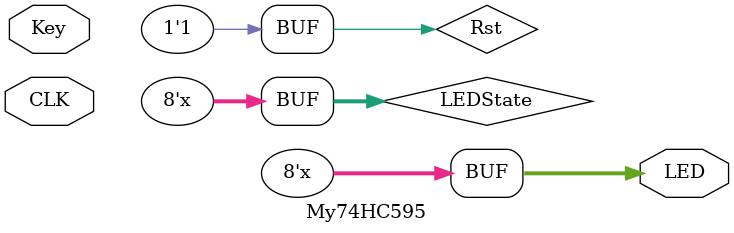
<source format=v>

module My74HC595(CLK,Key,LED);
	input CLK;
	input [1:0] Key;
	
	output wire [7:0] LED;
	
	wire [1:0] KeyState;
	reg Rst;
	reg [7:0] LEDState;
	
	initial begin
		Rst = 1'b1;
		LEDState = 8'b00000000;
	end
	/*
	assign KeyState = Key;
	*/
	assign LED = LEDState;
	
	debounce m1(CLK,Rst,Key,KeyState);
	
	
	
	always@(KeyState) begin
		if(KeyState == 2'b01) begin
			LEDState = LEDState << 1;
			LEDState = LEDState + 1'b1;
		end
		else if(KeyState == 2'b10) begin
			LEDState = LEDState << 1;
			LEDState = LEDState + 1'b0;
		end
	end
	
	
endmodule

</source>
